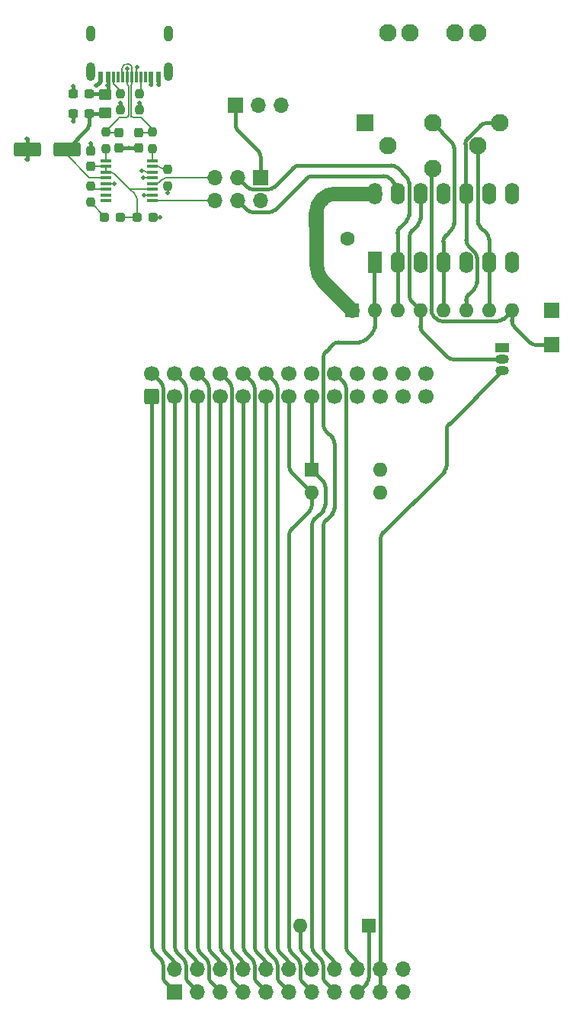
<source format=gbr>
%TF.GenerationSoftware,KiCad,Pcbnew,7.0.9*%
%TF.CreationDate,2024-02-17T15:45:48+01:00*%
%TF.ProjectId,kim-1-aux-card-usb,6b696d2d-312d-4617-9578-2d636172642d,rev?*%
%TF.SameCoordinates,Original*%
%TF.FileFunction,Copper,L1,Top*%
%TF.FilePolarity,Positive*%
%FSLAX46Y46*%
G04 Gerber Fmt 4.6, Leading zero omitted, Abs format (unit mm)*
G04 Created by KiCad (PCBNEW 7.0.9) date 2024-02-17 15:45:48*
%MOMM*%
%LPD*%
G01*
G04 APERTURE LIST*
G04 Aperture macros list*
%AMRoundRect*
0 Rectangle with rounded corners*
0 $1 Rounding radius*
0 $2 $3 $4 $5 $6 $7 $8 $9 X,Y pos of 4 corners*
0 Add a 4 corners polygon primitive as box body*
4,1,4,$2,$3,$4,$5,$6,$7,$8,$9,$2,$3,0*
0 Add four circle primitives for the rounded corners*
1,1,$1+$1,$2,$3*
1,1,$1+$1,$4,$5*
1,1,$1+$1,$6,$7*
1,1,$1+$1,$8,$9*
0 Add four rect primitives between the rounded corners*
20,1,$1+$1,$2,$3,$4,$5,0*
20,1,$1+$1,$4,$5,$6,$7,0*
20,1,$1+$1,$6,$7,$8,$9,0*
20,1,$1+$1,$8,$9,$2,$3,0*%
G04 Aperture macros list end*
%TA.AperFunction,ComponentPad*%
%ADD10R,1.950000X1.950000*%
%TD*%
%TA.AperFunction,ComponentPad*%
%ADD11C,1.950000*%
%TD*%
%TA.AperFunction,SMDPad,CuDef*%
%ADD12RoundRect,0.237500X-0.237500X0.300000X-0.237500X-0.300000X0.237500X-0.300000X0.237500X0.300000X0*%
%TD*%
%TA.AperFunction,SMDPad,CuDef*%
%ADD13RoundRect,0.250000X-0.450000X0.350000X-0.450000X-0.350000X0.450000X-0.350000X0.450000X0.350000X0*%
%TD*%
%TA.AperFunction,SMDPad,CuDef*%
%ADD14RoundRect,0.237500X-0.237500X0.250000X-0.237500X-0.250000X0.237500X-0.250000X0.237500X0.250000X0*%
%TD*%
%TA.AperFunction,SMDPad,CuDef*%
%ADD15RoundRect,0.237500X0.237500X-0.250000X0.237500X0.250000X-0.237500X0.250000X-0.237500X-0.250000X0*%
%TD*%
%TA.AperFunction,SMDPad,CuDef*%
%ADD16RoundRect,0.237500X0.300000X0.237500X-0.300000X0.237500X-0.300000X-0.237500X0.300000X-0.237500X0*%
%TD*%
%TA.AperFunction,ComponentPad*%
%ADD17R,1.500000X1.050000*%
%TD*%
%TA.AperFunction,ComponentPad*%
%ADD18O,1.500000X1.050000*%
%TD*%
%TA.AperFunction,SMDPad,CuDef*%
%ADD19R,0.600000X1.150000*%
%TD*%
%TA.AperFunction,SMDPad,CuDef*%
%ADD20R,0.300000X1.150000*%
%TD*%
%TA.AperFunction,ComponentPad*%
%ADD21O,1.000000X2.100000*%
%TD*%
%TA.AperFunction,ComponentPad*%
%ADD22O,1.000000X1.800000*%
%TD*%
%TA.AperFunction,SMDPad,CuDef*%
%ADD23RoundRect,0.250000X1.250000X0.550000X-1.250000X0.550000X-1.250000X-0.550000X1.250000X-0.550000X0*%
%TD*%
%TA.AperFunction,ComponentPad*%
%ADD24R,1.600000X2.400000*%
%TD*%
%TA.AperFunction,ComponentPad*%
%ADD25O,1.600000X2.400000*%
%TD*%
%TA.AperFunction,ComponentPad*%
%ADD26R,1.600000X1.600000*%
%TD*%
%TA.AperFunction,ComponentPad*%
%ADD27O,1.600000X1.600000*%
%TD*%
%TA.AperFunction,SMDPad,CuDef*%
%ADD28RoundRect,0.237500X-0.287500X-0.237500X0.287500X-0.237500X0.287500X0.237500X-0.287500X0.237500X0*%
%TD*%
%TA.AperFunction,ComponentPad*%
%ADD29RoundRect,0.250000X0.600000X-0.600000X0.600000X0.600000X-0.600000X0.600000X-0.600000X-0.600000X0*%
%TD*%
%TA.AperFunction,ComponentPad*%
%ADD30C,1.700000*%
%TD*%
%TA.AperFunction,SMDPad,CuDef*%
%ADD31RoundRect,0.237500X0.237500X-0.300000X0.237500X0.300000X-0.237500X0.300000X-0.237500X-0.300000X0*%
%TD*%
%TA.AperFunction,SMDPad,CuDef*%
%ADD32RoundRect,0.237500X0.287500X0.237500X-0.287500X0.237500X-0.287500X-0.237500X0.287500X-0.237500X0*%
%TD*%
%TA.AperFunction,SMDPad,CuDef*%
%ADD33R,1.200000X0.400000*%
%TD*%
%TA.AperFunction,ComponentPad*%
%ADD34R,1.700000X1.700000*%
%TD*%
%TA.AperFunction,ComponentPad*%
%ADD35O,1.700000X1.700000*%
%TD*%
%TA.AperFunction,ComponentPad*%
%ADD36C,1.600000*%
%TD*%
%TA.AperFunction,ViaPad*%
%ADD37C,0.500000*%
%TD*%
%TA.AperFunction,Conductor*%
%ADD38C,0.400000*%
%TD*%
%TA.AperFunction,Conductor*%
%ADD39C,0.200000*%
%TD*%
%TA.AperFunction,Conductor*%
%ADD40C,0.127000*%
%TD*%
%TA.AperFunction,Conductor*%
%ADD41C,1.600000*%
%TD*%
%TA.AperFunction,Conductor*%
%ADD42C,0.250000*%
%TD*%
G04 APERTURE END LIST*
D10*
%TO.P,J3,1*%
%TO.N,unconnected-(J3-Pad1)*%
X150400000Y-52590000D03*
D11*
%TO.P,J3,2*%
%TO.N,GND*%
X152900000Y-55090000D03*
%TO.P,J3,3*%
%TO.N,Net-(RN1D-R4.2)*%
X157900000Y-52590000D03*
%TO.P,J3,4*%
%TO.N,Net-(RN1F-R6.2)*%
X162900000Y-55090000D03*
%TO.P,J3,5*%
%TO.N,Net-(RN1E-R5.2)*%
X165400000Y-52590000D03*
%TO.P,J3,6*%
%TO.N,Net-(J4-Pin_1)*%
X157900000Y-57590000D03*
%TO.P,J3,E1*%
%TO.N,GND*%
X162900000Y-42590000D03*
X160400000Y-42590000D03*
%TO.P,J3,E2*%
X155400000Y-42590000D03*
X152900000Y-42590000D03*
%TD*%
D12*
%TO.P,C3,1*%
%TO.N,/D-*%
X123050000Y-53617500D03*
%TO.P,C3,2*%
%TO.N,GND*%
X123050000Y-55342500D03*
%TD*%
D13*
%TO.P,FB1,1*%
%TO.N,Net-(C2-Pad1)*%
X121490000Y-49430000D03*
%TO.P,FB1,2*%
%TO.N,Net-(U2-VCC)*%
X121490000Y-51430000D03*
%TD*%
D14*
%TO.P,R1,1*%
%TO.N,Net-(J7-CC2)*%
X123230000Y-49317500D03*
%TO.P,R1,2*%
%TO.N,GND*%
X123230000Y-51142500D03*
%TD*%
D15*
%TO.P,R6,1*%
%TO.N,Net-(D2-K)*%
X128470000Y-59560000D03*
%TO.P,R6,2*%
%TO.N,Net-(U2-CBUS2)*%
X128470000Y-57735000D03*
%TD*%
D14*
%TO.P,R3,1*%
%TO.N,/D-*%
X121550000Y-53567500D03*
%TO.P,R3,2*%
%TO.N,Net-(U2-USBDM)*%
X121550000Y-55392500D03*
%TD*%
D16*
%TO.P,C5,1*%
%TO.N,Net-(U2-VCC)*%
X119692500Y-51550000D03*
%TO.P,C5,2*%
%TO.N,GND*%
X117967500Y-51550000D03*
%TD*%
D17*
%TO.P,Q1,1,E*%
%TO.N,GND*%
X165610000Y-77560000D03*
D18*
%TO.P,Q1,2,B*%
%TO.N,Net-(Q1-B)*%
X165610000Y-78830000D03*
%TO.P,Q1,3,C*%
%TO.N,/KBD_R*%
X165610000Y-80100000D03*
%TD*%
D19*
%TO.P,J7,A1,GND*%
%TO.N,GND*%
X127420000Y-47440000D03*
%TO.P,J7,A4,VBUS*%
%TO.N,Net-(C2-Pad1)*%
X126620000Y-47440000D03*
D20*
%TO.P,J7,A5,CC1*%
%TO.N,Net-(J7-CC1)*%
X125470000Y-47440000D03*
%TO.P,J7,A6,D+*%
%TO.N,/D+*%
X124470000Y-47440000D03*
%TO.P,J7,A7,D-*%
%TO.N,/D-*%
X123970000Y-47440000D03*
%TO.P,J7,A8,SBU1*%
%TO.N,unconnected-(J7-SBU1-PadA8)*%
X122970000Y-47440000D03*
D19*
%TO.P,J7,A9,VBUS*%
%TO.N,Net-(C2-Pad1)*%
X121820000Y-47440000D03*
%TO.P,J7,A12,GND*%
%TO.N,GND*%
X121020000Y-47440000D03*
%TO.P,J7,B1,GND*%
X121020000Y-47440000D03*
%TO.P,J7,B4,VBUS*%
%TO.N,Net-(C2-Pad1)*%
X121820000Y-47440000D03*
D20*
%TO.P,J7,B5,CC2*%
%TO.N,Net-(J7-CC2)*%
X122470000Y-47440000D03*
%TO.P,J7,B6,D+*%
%TO.N,/D+*%
X123470000Y-47440000D03*
%TO.P,J7,B7,D-*%
%TO.N,/D-*%
X124970000Y-47440000D03*
%TO.P,J7,B8,SBU2*%
%TO.N,unconnected-(J7-SBU2-PadB8)*%
X125970000Y-47440000D03*
D19*
%TO.P,J7,B9,VBUS*%
%TO.N,Net-(C2-Pad1)*%
X126620000Y-47440000D03*
%TO.P,J7,B12,GND*%
%TO.N,GND*%
X127420000Y-47440000D03*
D21*
%TO.P,J7,S1,SHIELD*%
X128540000Y-46865000D03*
D22*
X128540000Y-42685000D03*
D21*
X119900000Y-46865000D03*
D22*
X119900000Y-42685000D03*
%TD*%
D14*
%TO.P,R4,1*%
%TO.N,/D+*%
X126750000Y-53567500D03*
%TO.P,R4,2*%
%TO.N,Net-(U2-USBDP)*%
X126750000Y-55392500D03*
%TD*%
D16*
%TO.P,C2,1*%
%TO.N,Net-(C2-Pad1)*%
X119692500Y-49310000D03*
%TO.P,C2,2*%
%TO.N,GND*%
X117967500Y-49310000D03*
%TD*%
D23*
%TO.P,C6,1*%
%TO.N,Net-(U2-VCC)*%
X117240000Y-55480000D03*
%TO.P,C6,2*%
%TO.N,GND*%
X112840000Y-55480000D03*
%TD*%
D24*
%TO.P,U1,1*%
%TO.N,/PTR*%
X151450000Y-68060000D03*
D25*
%TO.P,U1,2*%
%TO.N,Net-(J8-Pin_3)*%
X153990000Y-68060000D03*
%TO.P,U1,3*%
%TO.N,/PA3*%
X156530000Y-68060000D03*
%TO.P,U1,4*%
%TO.N,Net-(RN1D-R4.2)*%
X159070000Y-68060000D03*
%TO.P,U1,5*%
%TO.N,/PA4*%
X161610000Y-68060000D03*
%TO.P,U1,6*%
%TO.N,Net-(RN1F-R6.2)*%
X164150000Y-68060000D03*
%TO.P,U1,7,GND*%
%TO.N,GND*%
X166690000Y-68060000D03*
%TO.P,U1,8*%
%TO.N,unconnected-(U1-Pad8)*%
X166690000Y-60440000D03*
%TO.P,U1,9*%
%TO.N,GND*%
X164150000Y-60440000D03*
%TO.P,U1,10*%
%TO.N,Net-(RN1E-R5.2)*%
X161610000Y-60440000D03*
%TO.P,U1,11*%
%TO.N,/PA5*%
X159070000Y-60440000D03*
%TO.P,U1,12*%
%TO.N,Net-(Q1-B)*%
X156530000Y-60440000D03*
%TO.P,U1,13*%
%TO.N,Net-(J8-Pin_4)*%
X153990000Y-60440000D03*
%TO.P,U1,14,VCC*%
%TO.N,+5V*%
X151450000Y-60440000D03*
%TD*%
D26*
%TO.P,SW1,1*%
%TO.N,/ROW3*%
X150820000Y-141700000D03*
D27*
%TO.P,SW1,2*%
%TO.N,/COLA*%
X143200000Y-141700000D03*
%TD*%
D28*
%TO.P,D1,1,K*%
%TO.N,Net-(D1-K)*%
X121465000Y-63020000D03*
%TO.P,D1,2,A*%
%TO.N,Net-(D1-A)*%
X123215000Y-63020000D03*
%TD*%
D29*
%TO.P,J2,1,Pin_1*%
%TO.N,/PA0*%
X126710000Y-82920000D03*
D30*
%TO.P,J2,2,Pin_2*%
%TO.N,/PB0*%
X126710000Y-80380000D03*
%TO.P,J2,3,Pin_3*%
%TO.N,/PA1*%
X129250000Y-82920000D03*
%TO.P,J2,4,Pin_4*%
%TO.N,/PB1*%
X129250000Y-80380000D03*
%TO.P,J2,5,Pin_5*%
%TO.N,/PA2*%
X131790000Y-82920000D03*
%TO.P,J2,6,Pin_6*%
%TO.N,/PB2*%
X131790000Y-80380000D03*
%TO.P,J2,7,Pin_7*%
%TO.N,/PA3*%
X134330000Y-82920000D03*
%TO.P,J2,8,Pin_8*%
%TO.N,/PB3*%
X134330000Y-80380000D03*
%TO.P,J2,9,Pin_9*%
%TO.N,/PA4*%
X136870000Y-82920000D03*
%TO.P,J2,10,Pin_10*%
%TO.N,/PB4*%
X136870000Y-80380000D03*
%TO.P,J2,11,Pin_11*%
%TO.N,/PA5*%
X139410000Y-82920000D03*
%TO.P,J2,12,Pin_12*%
%TO.N,/PB5*%
X139410000Y-80380000D03*
%TO.P,J2,13,Pin_13*%
%TO.N,/PA6*%
X141950000Y-82920000D03*
%TO.P,J2,14,Pin_14*%
%TO.N,unconnected-(J2-Pin_14-Pad14)*%
X141950000Y-80380000D03*
%TO.P,J2,15,Pin_15*%
%TO.N,/PA7*%
X144490000Y-82920000D03*
%TO.P,J2,16,Pin_16*%
%TO.N,unconnected-(J2-Pin_16-Pad16)*%
X144490000Y-80380000D03*
%TO.P,J2,17,Pin_17*%
%TO.N,unconnected-(J2-Pin_17-Pad17)*%
X147030000Y-82920000D03*
%TO.P,J2,18,Pin_18*%
%TO.N,/PB7*%
X147030000Y-80380000D03*
%TO.P,J2,19,Pin_19*%
%TO.N,unconnected-(J2-Pin_19-Pad19)*%
X149570000Y-82920000D03*
%TO.P,J2,20,Pin_20*%
%TO.N,unconnected-(J2-Pin_20-Pad20)*%
X149570000Y-80380000D03*
%TO.P,J2,21,Pin_21*%
%TO.N,unconnected-(J2-Pin_21-Pad21)*%
X152110000Y-82920000D03*
%TO.P,J2,22,Pin_22*%
%TO.N,unconnected-(J2-Pin_22-Pad22)*%
X152110000Y-80380000D03*
%TO.P,J2,23,Pin_23*%
%TO.N,unconnected-(J2-Pin_23-Pad23)*%
X154650000Y-82920000D03*
%TO.P,J2,24,Pin_24*%
%TO.N,unconnected-(J2-Pin_24-Pad24)*%
X154650000Y-80380000D03*
%TO.P,J2,25,Pin_25*%
%TO.N,GND*%
X157190000Y-82920000D03*
%TO.P,J2,26,Pin_26*%
X157190000Y-80380000D03*
%TD*%
D26*
%TO.P,RN1,1,R1*%
%TO.N,+5V*%
X148910000Y-73380000D03*
D27*
%TO.P,RN1,2,R1.2*%
%TO.N,/PTR*%
X151450000Y-73380000D03*
%TO.P,RN1,3,R2.2*%
%TO.N,Net-(J8-Pin_3)*%
X153990000Y-73380000D03*
%TO.P,RN1,4,R3.2*%
%TO.N,Net-(Q1-B)*%
X156530000Y-73380000D03*
%TO.P,RN1,5,R4.2*%
%TO.N,Net-(RN1D-R4.2)*%
X159070000Y-73380000D03*
%TO.P,RN1,6,R5.2*%
%TO.N,Net-(RN1E-R5.2)*%
X161610000Y-73380000D03*
%TO.P,RN1,7,R6.2*%
%TO.N,Net-(RN1F-R6.2)*%
X164150000Y-73380000D03*
%TO.P,RN1,8,R7.2*%
%TO.N,Net-(J4-Pin_1)*%
X166690000Y-73380000D03*
%TD*%
D31*
%TO.P,C7,1*%
%TO.N,Net-(D1-A)*%
X119915000Y-57402500D03*
%TO.P,C7,2*%
%TO.N,GND*%
X119915000Y-55677500D03*
%TD*%
D32*
%TO.P,D2,1,K*%
%TO.N,Net-(D2-K)*%
X126815000Y-63020000D03*
%TO.P,D2,2,A*%
%TO.N,Net-(D1-A)*%
X125065000Y-63020000D03*
%TD*%
D33*
%TO.P,U2,1,TXD*%
%TO.N,Net-(J8-Pin_6)*%
X126750000Y-61212500D03*
%TO.P,U2,2,~{RTS}*%
%TO.N,Net-(U2-~{CTS})*%
X126750000Y-60577500D03*
%TO.P,U2,3,VCCIO*%
%TO.N,Net-(D1-A)*%
X126750000Y-59942500D03*
%TO.P,U2,4,RXD*%
%TO.N,Net-(J8-Pin_5)*%
X126750000Y-59307500D03*
%TO.P,U2,5,GND*%
%TO.N,GND*%
X126750000Y-58672500D03*
%TO.P,U2,6,~{CTS}*%
%TO.N,Net-(U2-~{CTS})*%
X126750000Y-58037500D03*
%TO.P,U2,7,CBUS2*%
%TO.N,Net-(U2-CBUS2)*%
X126750000Y-57402500D03*
%TO.P,U2,8,USBDP*%
%TO.N,Net-(U2-USBDP)*%
X126750000Y-56767500D03*
%TO.P,U2,9,USBDM*%
%TO.N,Net-(U2-USBDM)*%
X121550000Y-56767500D03*
%TO.P,U2,10,3V3OUT*%
%TO.N,Net-(D1-A)*%
X121550000Y-57402500D03*
%TO.P,U2,11,~{RESET}*%
X121550000Y-58037500D03*
%TO.P,U2,12,VCC*%
%TO.N,Net-(U2-VCC)*%
X121550000Y-58672500D03*
%TO.P,U2,13,GND*%
%TO.N,GND*%
X121550000Y-59307500D03*
%TO.P,U2,14,CBUS1*%
%TO.N,Net-(U2-CBUS1)*%
X121550000Y-59942500D03*
%TO.P,U2,15,CBUS0*%
%TO.N,unconnected-(U2-CBUS0-Pad15)*%
X121550000Y-60577500D03*
%TO.P,U2,16,CBUS3*%
%TO.N,unconnected-(U2-CBUS3-Pad16)*%
X121550000Y-61212500D03*
%TD*%
D26*
%TO.P,SW2,1*%
%TO.N,/PA7*%
X144490000Y-91110000D03*
D27*
%TO.P,SW2,2*%
%TO.N,/PA6*%
X144490000Y-93650000D03*
%TO.P,SW2,3*%
%TO.N,Net-(RN1F-R6.2)*%
X152110000Y-93650000D03*
%TO.P,SW2,4*%
%TO.N,Net-(RN1E-R5.2)*%
X152110000Y-91110000D03*
%TD*%
D34*
%TO.P,J8,1,Pin_1*%
%TO.N,Net-(J8-Pin_1)*%
X138800000Y-58670000D03*
D35*
%TO.P,J8,2,Pin_2*%
%TO.N,Net-(J8-Pin_2)*%
X138800000Y-61210000D03*
%TO.P,J8,3,Pin_3*%
%TO.N,Net-(J8-Pin_3)*%
X136260000Y-58670000D03*
%TO.P,J8,4,Pin_4*%
%TO.N,Net-(J8-Pin_4)*%
X136260000Y-61210000D03*
%TO.P,J8,5,Pin_5*%
%TO.N,Net-(J8-Pin_5)*%
X133720000Y-58670000D03*
%TO.P,J8,6,Pin_6*%
%TO.N,Net-(J8-Pin_6)*%
X133720000Y-61210000D03*
%TD*%
D15*
%TO.P,R5,1*%
%TO.N,Net-(D1-K)*%
X119900000Y-61382500D03*
%TO.P,R5,2*%
%TO.N,Net-(U2-CBUS1)*%
X119900000Y-59557500D03*
%TD*%
D12*
%TO.P,C4,1*%
%TO.N,/D+*%
X125250000Y-53617500D03*
%TO.P,C4,2*%
%TO.N,GND*%
X125250000Y-55342500D03*
%TD*%
D34*
%TO.P,J9,1,Pin_1*%
%TO.N,Net-(J8-Pin_1)*%
X135990000Y-50600000D03*
D35*
%TO.P,J9,2,Pin_2*%
%TO.N,Net-(J8-Pin_2)*%
X138530000Y-50600000D03*
%TO.P,J9,3,Pin_3*%
%TO.N,GND*%
X141070000Y-50600000D03*
%TD*%
D36*
%TO.P,C1,1*%
%TO.N,+5V*%
X148400000Y-60440000D03*
%TO.P,C1,2*%
%TO.N,GND*%
X148400000Y-65440000D03*
%TD*%
D14*
%TO.P,R2,1*%
%TO.N,Net-(J7-CC1)*%
X125340000Y-49317500D03*
%TO.P,R2,2*%
%TO.N,GND*%
X125340000Y-51142500D03*
%TD*%
D34*
%TO.P,J5,1,Pin_1*%
%TO.N,GND*%
X171120000Y-73380000D03*
%TD*%
%TO.P,J1,1,Pin_1*%
%TO.N,/PA0*%
X129250000Y-149070000D03*
D35*
%TO.P,J1,2,Pin_2*%
%TO.N,/PB0*%
X129250000Y-146530000D03*
%TO.P,J1,3,Pin_3*%
%TO.N,/PA1*%
X131790000Y-149070000D03*
%TO.P,J1,4,Pin_4*%
%TO.N,/PB1*%
X131790000Y-146530000D03*
%TO.P,J1,5,Pin_5*%
%TO.N,/PA2*%
X134330000Y-149070000D03*
%TO.P,J1,6,Pin_6*%
%TO.N,/PB2*%
X134330000Y-146530000D03*
%TO.P,J1,7,Pin_7*%
%TO.N,/PA3*%
X136870000Y-149070000D03*
%TO.P,J1,8,Pin_8*%
%TO.N,/PB3*%
X136870000Y-146530000D03*
%TO.P,J1,9,Pin_9*%
%TO.N,/PA4*%
X139410000Y-149070000D03*
%TO.P,J1,10,Pin_10*%
%TO.N,/PB4*%
X139410000Y-146530000D03*
%TO.P,J1,11,Pin_11*%
%TO.N,/PA5*%
X141950000Y-149070000D03*
%TO.P,J1,12,Pin_12*%
%TO.N,/PB5*%
X141950000Y-146530000D03*
%TO.P,J1,13,Pin_13*%
%TO.N,/PA6*%
X144490000Y-149070000D03*
%TO.P,J1,14,Pin_14*%
%TO.N,/COLA*%
X144490000Y-146530000D03*
%TO.P,J1,15,Pin_15*%
%TO.N,/PA7*%
X147030000Y-149070000D03*
%TO.P,J1,16,Pin_16*%
%TO.N,/PTR*%
X147030000Y-146530000D03*
%TO.P,J1,17,Pin_17*%
%TO.N,/ROW3*%
X149570000Y-149070000D03*
%TO.P,J1,18,Pin_18*%
%TO.N,/PB7*%
X149570000Y-146530000D03*
%TO.P,J1,19,Pin_19*%
%TO.N,/KBD_R*%
X152110000Y-149070000D03*
%TO.P,J1,20,Pin_20*%
X152110000Y-146530000D03*
%TO.P,J1,21,Pin_21*%
%TO.N,GND*%
X154650000Y-149070000D03*
%TO.P,J1,22,Pin_22*%
X154650000Y-146530000D03*
%TD*%
D34*
%TO.P,J6,1,Pin_1*%
%TO.N,+5V*%
X144980000Y-63330000D03*
%TD*%
%TO.P,J4,1,Pin_1*%
%TO.N,Net-(J4-Pin_1)*%
X171120000Y-77230000D03*
%TD*%
D37*
%TO.N,GND*%
X125776447Y-58676053D03*
X120486447Y-48433553D03*
X124136447Y-55343553D03*
X127396447Y-48343553D03*
X117956447Y-48483553D03*
X112816447Y-56643553D03*
X123230000Y-50370000D03*
X122516447Y-59311053D03*
X112816447Y-54323553D03*
X119891447Y-54823553D03*
X117956447Y-52383553D03*
X125340000Y-50370000D03*
%TO.N,Net-(C2-Pad1)*%
X126596447Y-48343553D03*
X121796447Y-48433553D03*
%TO.N,/D-*%
X125046447Y-46403553D03*
X123946447Y-46533553D03*
%TO.N,Net-(D2-K)*%
X127620000Y-63020000D03*
X128460000Y-60320000D03*
%TO.N,Net-(U2-~{CTS})*%
X125790000Y-60580000D03*
X125550000Y-57890000D03*
%TD*%
D38*
%TO.N,GND*%
X124160000Y-55340000D02*
X125247500Y-55340000D01*
X123230000Y-51142500D02*
X123230000Y-50370000D01*
X120873553Y-48066447D02*
X120510000Y-48430000D01*
X117967500Y-49310000D02*
X117967500Y-48492500D01*
X117980000Y-51562500D02*
X117967500Y-51550000D01*
X112840000Y-56640000D02*
X112840000Y-55480000D01*
X121020000Y-47440000D02*
X121020000Y-47712893D01*
X123052500Y-55340000D02*
X123050000Y-55342500D01*
X117980000Y-52380000D02*
X117980000Y-51562500D01*
D39*
X126750000Y-58672500D02*
X125800000Y-58672500D01*
X121550000Y-59307500D02*
X122540000Y-59307500D01*
D38*
X119915000Y-54820000D02*
X119915000Y-55677500D01*
X125340000Y-50370000D02*
X125340000Y-51142500D01*
X117967500Y-48492500D02*
X117980000Y-48480000D01*
X112840000Y-54320000D02*
X112840000Y-55480000D01*
X125247500Y-55340000D02*
X125250000Y-55342500D01*
X124160000Y-55340000D02*
X123052500Y-55340000D01*
X127420000Y-47440000D02*
X127420000Y-48340000D01*
X120873556Y-48066450D02*
G75*
G03*
X121020000Y-47712893I-353556J353550D01*
G01*
%TO.N,Net-(C2-Pad1)*%
X121820000Y-47440000D02*
X121820000Y-49100000D01*
X126620000Y-48340000D02*
X126620000Y-47440000D01*
X121820000Y-49100000D02*
X121490000Y-49430000D01*
X121370000Y-49310000D02*
X121490000Y-49430000D01*
X119692500Y-49310000D02*
X121370000Y-49310000D01*
D39*
%TO.N,/D-*%
X121600000Y-53617500D02*
X121550000Y-53567500D01*
D40*
X123023921Y-52006079D02*
X121550000Y-53480000D01*
X121550000Y-53480000D02*
X121550000Y-53567500D01*
X123970000Y-46610000D02*
X123970000Y-47440000D01*
X123857157Y-51947500D02*
X123165343Y-51947500D01*
X124093000Y-48508344D02*
X124093000Y-51711657D01*
X123970000Y-47440000D02*
X123970000Y-48219658D01*
X125070000Y-46400000D02*
X124970000Y-46500000D01*
X124028579Y-48361080D02*
X124034422Y-48366923D01*
X124970000Y-46500000D02*
X124970000Y-47440000D01*
X124034421Y-51853079D02*
X123998578Y-51888922D01*
D39*
X123050000Y-53617500D02*
X121600000Y-53617500D01*
D40*
X123165343Y-51947531D02*
G75*
G03*
X123023922Y-52006080I-43J-199969D01*
G01*
X123970030Y-48219658D02*
G75*
G03*
X124028579Y-48361080I199970J-42D01*
G01*
X124034442Y-51853100D02*
G75*
G03*
X124093000Y-51711657I-141442J141400D01*
G01*
X123857157Y-51947469D02*
G75*
G03*
X123998577Y-51888921I43J199969D01*
G01*
X124092969Y-48508344D02*
G75*
G03*
X124034422Y-48366923I-199969J44D01*
G01*
%TO.N,/D+*%
X125556079Y-52006079D02*
X126750000Y-53200000D01*
X124604485Y-51947500D02*
X125414657Y-51947500D01*
X123549394Y-46161980D02*
X123574875Y-46136499D01*
X124470000Y-47440000D02*
X124470000Y-48219658D01*
X124345126Y-46136500D02*
X124356501Y-46147875D01*
X124502947Y-46501428D02*
X124502947Y-47407053D01*
X124347000Y-48508344D02*
X124347000Y-51690015D01*
X123928428Y-45990053D02*
X123991572Y-45990053D01*
X124411421Y-48361080D02*
X124405578Y-48366923D01*
X126750000Y-53200000D02*
X126750000Y-53567500D01*
X123402947Y-47372947D02*
X123402947Y-46515534D01*
D39*
X125250000Y-53617500D02*
X126700000Y-53617500D01*
D40*
X123470000Y-47440000D02*
X123402947Y-47372947D01*
D39*
X126700000Y-53617500D02*
X126750000Y-53567500D01*
D40*
X124502947Y-47407053D02*
X124470000Y-47440000D01*
X124408508Y-51838508D02*
X124455993Y-51885993D01*
X124345150Y-46136476D02*
G75*
G03*
X123991572Y-45990053I-353550J-353624D01*
G01*
X125556100Y-52006058D02*
G75*
G03*
X125414657Y-51947500I-141400J-141442D01*
G01*
X124502913Y-46501428D02*
G75*
G03*
X124356501Y-46147875I-500013J28D01*
G01*
X124411442Y-48361101D02*
G75*
G03*
X124470000Y-48219658I-141442J141401D01*
G01*
X123928428Y-45990087D02*
G75*
G03*
X123574875Y-46136499I-28J-500013D01*
G01*
X124405556Y-48366901D02*
G75*
G03*
X124347000Y-48508344I141444J-141399D01*
G01*
X124346990Y-51690015D02*
G75*
G03*
X124408509Y-51838507I210010J15D01*
G01*
X124456001Y-51885985D02*
G75*
G03*
X124604485Y-51947500I148499J148485D01*
G01*
X123549387Y-46161973D02*
G75*
G03*
X123402947Y-46515534I353513J-353527D01*
G01*
D39*
%TO.N,Net-(U2-VCC)*%
X117240000Y-56101507D02*
X119752415Y-58613922D01*
D38*
X119692500Y-51550000D02*
X119692500Y-52820393D01*
D39*
X117240000Y-55480000D02*
X117240000Y-56101507D01*
D38*
X119546053Y-53173947D02*
X117240000Y-55480000D01*
X121370000Y-51550000D02*
X121490000Y-51430000D01*
X119692500Y-51550000D02*
X121370000Y-51550000D01*
D39*
X119893836Y-58672500D02*
X121550000Y-58672500D01*
D38*
X119546056Y-53173950D02*
G75*
G03*
X119692500Y-52820393I-353556J353550D01*
G01*
D39*
X119752397Y-58613940D02*
G75*
G03*
X119893836Y-58672500I141403J141440D01*
G01*
%TO.N,Net-(D1-A)*%
X121550000Y-57402500D02*
X121550000Y-58037500D01*
X121550000Y-58037500D02*
X121935786Y-58037500D01*
X124255000Y-59942500D02*
X124410843Y-59942500D01*
X122642893Y-58330393D02*
X124255000Y-59942500D01*
X125065000Y-63020000D02*
X125065000Y-61166714D01*
X125065000Y-63020000D02*
X123215000Y-63020000D01*
X121550000Y-57402500D02*
X119915000Y-57402500D01*
X126750000Y-59942500D02*
X124410843Y-59942500D01*
X124772107Y-60459607D02*
X124255000Y-59942500D01*
X122642900Y-58330386D02*
G75*
G03*
X121935786Y-58037500I-707100J-707114D01*
G01*
X125064990Y-61166714D02*
G75*
G03*
X124772107Y-60459607I-999990J14D01*
G01*
%TO.N,Net-(D1-K)*%
X121465000Y-63020000D02*
X121465000Y-62947500D01*
X121465000Y-62947500D02*
X119900000Y-61382500D01*
D40*
X119900000Y-61382500D02*
X119900000Y-61455000D01*
D41*
%TO.N,+5V*%
X148400000Y-60440000D02*
X151450000Y-60440000D01*
X145565787Y-61074213D02*
X145614214Y-61025786D01*
X145858680Y-70328680D02*
X148910000Y-73380000D01*
X147028427Y-60440000D02*
X148400000Y-60440000D01*
X144980000Y-63330000D02*
X144980000Y-62488427D01*
X144980000Y-63330000D02*
X144980000Y-68207359D01*
X145565773Y-61074199D02*
G75*
G03*
X144980000Y-62488427I1414227J-1414201D01*
G01*
X144980029Y-68207359D02*
G75*
G03*
X145858680Y-70328680I2999971J-41D01*
G01*
X147028427Y-60440020D02*
G75*
G03*
X145614215Y-61025787I-27J-1999980D01*
G01*
D38*
%TO.N,/PA0*%
X127960000Y-147365786D02*
X127960000Y-146124214D01*
X126710000Y-82920000D02*
X126710000Y-144045786D01*
X129250000Y-149070000D02*
X128252893Y-148072893D01*
X127667107Y-145417107D02*
X127002893Y-144752893D01*
X126710010Y-144045786D02*
G75*
G03*
X127002893Y-144752893I999990J-14D01*
G01*
X127960010Y-147365786D02*
G75*
G03*
X128252893Y-148072893I999990J-14D01*
G01*
X127959990Y-146124214D02*
G75*
G03*
X127667107Y-145417107I-999990J14D01*
G01*
%TO.N,/PB0*%
X128957107Y-145437107D02*
X128252893Y-144732893D01*
X127960000Y-144025786D02*
X127960000Y-82044214D01*
X127667107Y-81337107D02*
X126710000Y-80380000D01*
X129250000Y-146530000D02*
X129250000Y-146144214D01*
X127959990Y-82044214D02*
G75*
G03*
X127667107Y-81337107I-999990J14D01*
G01*
X127960010Y-144025786D02*
G75*
G03*
X128252893Y-144732893I999990J-14D01*
G01*
X129249990Y-146144214D02*
G75*
G03*
X128957107Y-145437107I-999990J14D01*
G01*
%TO.N,/PA1*%
X129250000Y-82920000D02*
X129250000Y-144045786D01*
X130500000Y-147365786D02*
X130500000Y-146124214D01*
X131790000Y-149070000D02*
X130792893Y-148072893D01*
X130207107Y-145417107D02*
X129542893Y-144752893D01*
X130499990Y-146124214D02*
G75*
G03*
X130207107Y-145417107I-999990J14D01*
G01*
X129250010Y-144045786D02*
G75*
G03*
X129542893Y-144752893I999990J-14D01*
G01*
X130500010Y-147365786D02*
G75*
G03*
X130792893Y-148072893I999990J-14D01*
G01*
%TO.N,/PB1*%
X130207107Y-81337107D02*
X129250000Y-80380000D01*
X131790000Y-146530000D02*
X131790000Y-146144214D01*
X131497107Y-145437107D02*
X130792893Y-144732893D01*
X130500000Y-144025786D02*
X130500000Y-82044214D01*
X130499990Y-82044214D02*
G75*
G03*
X130207107Y-81337107I-999990J14D01*
G01*
X130500010Y-144025786D02*
G75*
G03*
X130792893Y-144732893I999990J-14D01*
G01*
X131789990Y-146144214D02*
G75*
G03*
X131497107Y-145437107I-999990J14D01*
G01*
%TO.N,/PA2*%
X134330000Y-149070000D02*
X133332893Y-148072893D01*
X131790000Y-82920000D02*
X131790000Y-144045786D01*
X132747107Y-145417107D02*
X132082893Y-144752893D01*
X133040000Y-147365786D02*
X133040000Y-146124214D01*
X133039990Y-146124214D02*
G75*
G03*
X132747107Y-145417107I-999990J14D01*
G01*
X133040010Y-147365786D02*
G75*
G03*
X133332893Y-148072893I999990J-14D01*
G01*
X131790010Y-144045786D02*
G75*
G03*
X132082893Y-144752893I999990J-14D01*
G01*
%TO.N,/PB2*%
X132747107Y-81337107D02*
X131790000Y-80380000D01*
X133040000Y-144025786D02*
X133040000Y-82044214D01*
X134037107Y-145437107D02*
X133332893Y-144732893D01*
X134330000Y-146530000D02*
X134330000Y-146144214D01*
X133039990Y-82044214D02*
G75*
G03*
X132747107Y-81337107I-999990J14D01*
G01*
X133040010Y-144025786D02*
G75*
G03*
X133332893Y-144732893I999990J-14D01*
G01*
X134329990Y-146144214D02*
G75*
G03*
X134037107Y-145437107I-999990J14D01*
G01*
%TO.N,/PA3*%
X136870000Y-149070000D02*
X135872893Y-148072893D01*
X135580000Y-147365786D02*
X135580000Y-146124214D01*
X134330000Y-82920000D02*
X134330000Y-144045786D01*
X135287107Y-145417107D02*
X134622893Y-144752893D01*
X135580010Y-147365786D02*
G75*
G03*
X135872893Y-148072893I999990J-14D01*
G01*
X135579990Y-146124214D02*
G75*
G03*
X135287107Y-145417107I-999990J14D01*
G01*
X134330010Y-144045786D02*
G75*
G03*
X134622893Y-144752893I999990J-14D01*
G01*
%TO.N,/PB3*%
X136577107Y-145437107D02*
X135872893Y-144732893D01*
X135287107Y-81337107D02*
X134330000Y-80380000D01*
X135580000Y-144025786D02*
X135580000Y-82044214D01*
X136870000Y-146530000D02*
X136870000Y-146144214D01*
X136869990Y-146144214D02*
G75*
G03*
X136577107Y-145437107I-999990J14D01*
G01*
X135580010Y-144025786D02*
G75*
G03*
X135872893Y-144732893I999990J-14D01*
G01*
X135579990Y-82044214D02*
G75*
G03*
X135287107Y-81337107I-999990J14D01*
G01*
%TO.N,/PA4*%
X138120000Y-147365786D02*
X138120000Y-146124214D01*
X136870000Y-82920000D02*
X136870000Y-144045786D01*
X137827107Y-145417107D02*
X137162893Y-144752893D01*
X139410000Y-149070000D02*
X138412893Y-148072893D01*
X138120010Y-147365786D02*
G75*
G03*
X138412893Y-148072893I999990J-14D01*
G01*
X136870010Y-144045786D02*
G75*
G03*
X137162893Y-144752893I999990J-14D01*
G01*
X138119990Y-146124214D02*
G75*
G03*
X137827107Y-145417107I-999990J14D01*
G01*
%TO.N,/PB4*%
X138120000Y-144025786D02*
X138120000Y-82044214D01*
X139410000Y-146530000D02*
X139410000Y-146144214D01*
X137827107Y-81337107D02*
X136870000Y-80380000D01*
X139117107Y-145437107D02*
X138412893Y-144732893D01*
X139409990Y-146144214D02*
G75*
G03*
X139117107Y-145437107I-999990J14D01*
G01*
X138120010Y-144025786D02*
G75*
G03*
X138412893Y-144732893I999990J-14D01*
G01*
X138119990Y-82044214D02*
G75*
G03*
X137827107Y-81337107I-999990J14D01*
G01*
%TO.N,/PA5*%
X140660000Y-147365786D02*
X140660000Y-146124214D01*
X140367107Y-145417107D02*
X139702893Y-144752893D01*
X139410000Y-82920000D02*
X139410000Y-144045786D01*
X141950000Y-149070000D02*
X140952893Y-148072893D01*
X140660010Y-147365786D02*
G75*
G03*
X140952893Y-148072893I999990J-14D01*
G01*
X139410010Y-144045786D02*
G75*
G03*
X139702893Y-144752893I999990J-14D01*
G01*
X140659990Y-146124214D02*
G75*
G03*
X140367107Y-145417107I-999990J14D01*
G01*
%TO.N,/PB5*%
X141950000Y-146530000D02*
X141950000Y-146144214D01*
X141657107Y-145437107D02*
X140952893Y-144732893D01*
X140660000Y-144025786D02*
X140660000Y-82044214D01*
X140367107Y-81337107D02*
X139410000Y-80380000D01*
X140660010Y-144025786D02*
G75*
G03*
X140952893Y-144732893I999990J-14D01*
G01*
X140659990Y-82044214D02*
G75*
G03*
X140367107Y-81337107I-999990J14D01*
G01*
X141949990Y-146144214D02*
G75*
G03*
X141657107Y-145437107I-999990J14D01*
G01*
%TO.N,/PA6*%
X142242893Y-144752893D02*
X142907107Y-145417107D01*
X144197107Y-95672893D02*
X142242893Y-97627107D01*
X141950000Y-98334214D02*
X141950000Y-144045786D01*
X143492893Y-148072893D02*
X144490000Y-149070000D01*
X141950000Y-82920000D02*
X141950000Y-90695786D01*
X144490000Y-93650000D02*
X144490000Y-94965786D01*
X143200000Y-146124214D02*
X143200000Y-147365786D01*
X142242893Y-91402893D02*
X144490000Y-93650000D01*
X143199990Y-146124214D02*
G75*
G03*
X142907107Y-145417107I-999990J14D01*
G01*
X142242886Y-97627100D02*
G75*
G03*
X141950000Y-98334214I707114J-707100D01*
G01*
X143200010Y-147365786D02*
G75*
G03*
X143492893Y-148072893I999990J-14D01*
G01*
X141950010Y-90695786D02*
G75*
G03*
X142242893Y-91402893I999990J-14D01*
G01*
X144197114Y-95672900D02*
G75*
G03*
X144490000Y-94965786I-707114J707100D01*
G01*
X141950039Y-144045786D02*
G75*
G03*
X142242893Y-144752893I1000061J-14D01*
G01*
%TO.N,/PB7*%
X148280000Y-144025786D02*
X148280000Y-82044214D01*
X149570000Y-146530000D02*
X149570000Y-146144214D01*
X147987107Y-81337107D02*
X147030000Y-80380000D01*
X149277107Y-145437107D02*
X148572893Y-144732893D01*
X149569990Y-146144214D02*
G75*
G03*
X149277107Y-145437107I-999990J14D01*
G01*
X148280010Y-144025786D02*
G75*
G03*
X148572893Y-144732893I999990J-14D01*
G01*
X148279990Y-82044214D02*
G75*
G03*
X147987107Y-81337107I-999990J14D01*
G01*
%TO.N,/PA7*%
X147030000Y-149070000D02*
X146032893Y-148072893D01*
X144490000Y-97224214D02*
X144490000Y-144045786D01*
X144490000Y-91110000D02*
X144490000Y-82920000D01*
X145447107Y-145417107D02*
X144782893Y-144752893D01*
X145980000Y-94905786D02*
X145980000Y-93014214D01*
X145687107Y-92307107D02*
X144490000Y-91110000D01*
X145740000Y-147365786D02*
X145740000Y-146124214D01*
X144782893Y-96517107D02*
X145687107Y-95612893D01*
X145739990Y-146124214D02*
G75*
G03*
X145447107Y-145417107I-999990J14D01*
G01*
X145979990Y-93014214D02*
G75*
G03*
X145687107Y-92307107I-999990J14D01*
G01*
X144782886Y-96517100D02*
G75*
G03*
X144490000Y-97224214I707114J-707100D01*
G01*
X144490010Y-144045786D02*
G75*
G03*
X144782893Y-144752893I999990J-14D01*
G01*
X145687114Y-95612900D02*
G75*
G03*
X145980000Y-94905786I-707114J707100D01*
G01*
X145740010Y-147365786D02*
G75*
G03*
X146032893Y-148072893I999990J-14D01*
G01*
%TO.N,/COLA*%
X144490000Y-146530000D02*
X144490000Y-146144214D01*
X143200000Y-144005786D02*
X143220000Y-141700000D01*
X144197107Y-145437107D02*
X143492893Y-144732893D01*
X143200010Y-144025786D02*
G75*
G03*
X143492893Y-144732893I999990J-14D01*
G01*
X144489990Y-146144214D02*
G75*
G03*
X144197107Y-145437107I-999990J14D01*
G01*
%TO.N,/ROW3*%
X150820000Y-147405786D02*
X150820000Y-141700000D01*
X149570000Y-149070000D02*
X150527107Y-148112893D01*
X150527114Y-148112900D02*
G75*
G03*
X150820000Y-147405786I-707114J707100D01*
G01*
%TO.N,/PTR*%
X146052893Y-96647107D02*
X146697107Y-96002893D01*
X145740000Y-144005786D02*
X145760000Y-141700000D01*
X146737107Y-145437107D02*
X146032893Y-144732893D01*
X150442893Y-76627107D02*
X151157107Y-75912893D01*
X145760000Y-86105786D02*
X145760000Y-78634214D01*
X146052893Y-77927107D02*
X146767107Y-77212893D01*
X151450000Y-75205786D02*
X151450000Y-73380000D01*
X146697107Y-87457107D02*
X146052893Y-86812893D01*
X151360000Y-73380000D02*
X151360000Y-68060000D01*
X147474214Y-76920000D02*
X149735786Y-76920000D01*
X151400000Y-73380000D02*
X151430000Y-73350000D01*
X145760000Y-141700000D02*
X145760000Y-97354214D01*
X146990000Y-95295786D02*
X146990000Y-88164214D01*
X147030000Y-146530000D02*
X147030000Y-146144214D01*
X146697114Y-96002900D02*
G75*
G03*
X146990000Y-95295786I-707114J707100D01*
G01*
X145740010Y-144025786D02*
G75*
G03*
X146032893Y-144732893I999990J-14D01*
G01*
X146052886Y-77927100D02*
G75*
G03*
X145760000Y-78634214I707114J-707100D01*
G01*
X146989990Y-88164214D02*
G75*
G03*
X146697107Y-87457107I-999990J14D01*
G01*
X145760010Y-86105786D02*
G75*
G03*
X146052893Y-86812893I999990J-14D01*
G01*
X149735786Y-76919990D02*
G75*
G03*
X150442893Y-76627107I14J999990D01*
G01*
X147029990Y-146144214D02*
G75*
G03*
X146737107Y-145437107I-999990J14D01*
G01*
X147474214Y-76920010D02*
G75*
G03*
X146767107Y-77212893I-14J-999990D01*
G01*
X146052886Y-96647100D02*
G75*
G03*
X145760000Y-97354214I707114J-707100D01*
G01*
X151157114Y-75912900D02*
G75*
G03*
X151450000Y-75205786I-707114J707100D01*
G01*
%TO.N,Net-(Q1-B)*%
X159517107Y-78537107D02*
X156822893Y-75842893D01*
X156530000Y-73380000D02*
X155622893Y-72472893D01*
X155330000Y-71765786D02*
X155330000Y-65204214D01*
X155622893Y-64497107D02*
X156237107Y-63882893D01*
X165610000Y-78830000D02*
X160224214Y-78830000D01*
X156530000Y-75135786D02*
X156530000Y-73380000D01*
X156530000Y-63175786D02*
X156530000Y-60440000D01*
X155622886Y-64497100D02*
G75*
G03*
X155330000Y-65204214I707114J-707100D01*
G01*
X155330010Y-71765786D02*
G75*
G03*
X155622893Y-72472893I999990J-14D01*
G01*
X156237114Y-63882900D02*
G75*
G03*
X156530000Y-63175786I-707114J707100D01*
G01*
X156530010Y-75135786D02*
G75*
G03*
X156822893Y-75842893I999990J-14D01*
G01*
X159517100Y-78537114D02*
G75*
G03*
X160224214Y-78830000I707100J707114D01*
G01*
%TO.N,Net-(J4-Pin_1)*%
X171120000Y-77230000D02*
X169414214Y-77230000D01*
X157730000Y-57760000D02*
X157730000Y-73322843D01*
X159007157Y-74600000D02*
X165055786Y-74600000D01*
X168707107Y-76937107D02*
X166982893Y-75212893D01*
X157900000Y-57590000D02*
X157730000Y-57760000D01*
X166690000Y-74505786D02*
X166690000Y-73380000D01*
X165762893Y-74307107D02*
X166690000Y-73380000D01*
X158022893Y-74029950D02*
X158300050Y-74307107D01*
X166670000Y-73410000D02*
X166640000Y-73380000D01*
X168707100Y-76937114D02*
G75*
G03*
X169414214Y-77230000I707100J707114D01*
G01*
X165055786Y-74599990D02*
G75*
G03*
X165762893Y-74307107I14J999990D01*
G01*
X158300072Y-74307085D02*
G75*
G03*
X159007157Y-74600000I707128J707085D01*
G01*
X157729970Y-73322843D02*
G75*
G03*
X158022894Y-74029949I1000030J43D01*
G01*
X166690010Y-74505786D02*
G75*
G03*
X166982893Y-75212893I999990J-14D01*
G01*
D42*
%TO.N,Net-(D2-K)*%
X128460000Y-60320000D02*
X128460000Y-59952500D01*
X126815000Y-63020000D02*
X127620000Y-63020000D01*
D40*
%TO.N,Net-(J7-CC1)*%
X125470000Y-49187500D02*
X125340000Y-49317500D01*
X125470000Y-47440000D02*
X125470000Y-49187500D01*
%TO.N,Net-(J7-CC2)*%
X123171421Y-49001421D02*
X122528578Y-48358578D01*
X123230000Y-49317500D02*
X123230000Y-49142843D01*
X122470000Y-48217157D02*
X122470000Y-47440000D01*
X123229969Y-49142843D02*
G75*
G03*
X123171420Y-49001422I-199969J43D01*
G01*
X122470031Y-48217157D02*
G75*
G03*
X122528579Y-48358577I199969J-43D01*
G01*
D38*
%TO.N,Net-(J8-Pin_1)*%
X138800000Y-58670000D02*
X138800000Y-56384214D01*
X138507107Y-55677107D02*
X136282893Y-53452893D01*
X135990000Y-50600000D02*
X135990000Y-52745786D01*
X135990010Y-52745786D02*
G75*
G03*
X136282893Y-53452893I999990J-14D01*
G01*
X138800019Y-56384214D02*
G75*
G03*
X138507107Y-55677107I-999919J14D01*
G01*
%TO.N,Net-(RN1D-R4.2)*%
X159070000Y-65764214D02*
X159070000Y-68060000D01*
X160270000Y-55374214D02*
X160270000Y-63735786D01*
X159977107Y-64442893D02*
X159362893Y-65057107D01*
X157900000Y-52590000D02*
X159977107Y-54667107D01*
X159070000Y-68060000D02*
X159070000Y-73380000D01*
X159362886Y-65057100D02*
G75*
G03*
X159070000Y-65764214I707114J-707100D01*
G01*
X159977114Y-64442900D02*
G75*
G03*
X160270000Y-63735786I-707114J707100D01*
G01*
X160269990Y-55374214D02*
G75*
G03*
X159977107Y-54667107I-999990J14D01*
G01*
D40*
%TO.N,Net-(U2-USBDM)*%
X121550000Y-55392500D02*
X121550000Y-56767500D01*
%TO.N,Net-(U2-USBDP)*%
X126750000Y-55392500D02*
X126750000Y-56767500D01*
D39*
%TO.N,Net-(U2-CBUS1)*%
X119900000Y-59557500D02*
X120226422Y-59883922D01*
X120367843Y-59942500D02*
X121550000Y-59942500D01*
X120226401Y-59883943D02*
G75*
G03*
X120367843Y-59942500I141399J141443D01*
G01*
%TO.N,Net-(U2-CBUS2)*%
X126750000Y-57402500D02*
X127355393Y-57402500D01*
X127708947Y-57548947D02*
X127748554Y-57588554D01*
X128102107Y-57735000D02*
X128470000Y-57735000D01*
X127708950Y-57548944D02*
G75*
G03*
X127355393Y-57402500I-353550J-353556D01*
G01*
X127748551Y-57588557D02*
G75*
G03*
X128102107Y-57735000I353549J353557D01*
G01*
D40*
%TO.N,Net-(U2-~{CTS})*%
X125998579Y-57948579D02*
X126028922Y-57978922D01*
X125550000Y-57890000D02*
X125857157Y-57890000D01*
X126750000Y-60577500D02*
X125792500Y-60577500D01*
X125792500Y-60577500D02*
X125790000Y-60580000D01*
X126170343Y-58037500D02*
X126750000Y-58037500D01*
X125998600Y-57948558D02*
G75*
G03*
X125857157Y-57890000I-141400J-141442D01*
G01*
X126028901Y-57978943D02*
G75*
G03*
X126170343Y-58037500I141399J141443D01*
G01*
D38*
%TO.N,Net-(J8-Pin_3)*%
X137247107Y-59657107D02*
X136260000Y-58670000D01*
X153295786Y-57290000D02*
X143094214Y-57290000D01*
X154282893Y-64147107D02*
X154967107Y-63462893D01*
X154967107Y-58547107D02*
X154002893Y-57582893D01*
X153990000Y-73380000D02*
X153990000Y-68060000D01*
X153990000Y-68060000D02*
X153990000Y-64854214D01*
X153940000Y-73380000D02*
X153970000Y-73350000D01*
X142387107Y-57582893D02*
X140312893Y-59657107D01*
X139605786Y-59950000D02*
X137954214Y-59950000D01*
X155260000Y-62755786D02*
X155260000Y-59254214D01*
X137247100Y-59657114D02*
G75*
G03*
X137954214Y-59950000I707100J707114D01*
G01*
X143094214Y-57290010D02*
G75*
G03*
X142387107Y-57582893I-14J-999990D01*
G01*
X154002900Y-57582886D02*
G75*
G03*
X153295786Y-57290000I-707100J-707114D01*
G01*
X154967114Y-63462900D02*
G75*
G03*
X155260000Y-62755786I-707114J707100D01*
G01*
X139605786Y-59949990D02*
G75*
G03*
X140312893Y-59657107I14J999990D01*
G01*
X155259990Y-59254214D02*
G75*
G03*
X154967107Y-58547107I-999990J14D01*
G01*
X154282886Y-64147100D02*
G75*
G03*
X153990000Y-64854214I707114J-707100D01*
G01*
%TO.N,Net-(J8-Pin_4)*%
X152465786Y-58470000D02*
X144544214Y-58470000D01*
X143837107Y-58762893D02*
X140402893Y-62197107D01*
X153697107Y-59287107D02*
X153172893Y-58762893D01*
X153990000Y-60440000D02*
X153990000Y-59994214D01*
X137247107Y-62197107D02*
X136260000Y-61210000D01*
X139695786Y-62490000D02*
X137954214Y-62490000D01*
X137247100Y-62197114D02*
G75*
G03*
X137954214Y-62490000I707100J707114D01*
G01*
X144544214Y-58470010D02*
G75*
G03*
X143837107Y-58762893I-14J-999990D01*
G01*
X153172900Y-58762886D02*
G75*
G03*
X152465786Y-58470000I-707100J-707114D01*
G01*
X153989990Y-59994214D02*
G75*
G03*
X153697107Y-59287107I-999990J14D01*
G01*
X139695786Y-62489990D02*
G75*
G03*
X140402893Y-62197107I14J999990D01*
G01*
D39*
%TO.N,Net-(J8-Pin_5)*%
X127548947Y-59161053D02*
X127893554Y-58816446D01*
X134170553Y-58729447D02*
X134106446Y-58793554D01*
X126750000Y-59307500D02*
X127195393Y-59307500D01*
X128247107Y-58670000D02*
X133720000Y-58670000D01*
X126747500Y-59310000D02*
X126750000Y-59307500D01*
X127195393Y-59307495D02*
G75*
G03*
X127548947Y-59161053I7J499995D01*
G01*
X128247107Y-58670005D02*
G75*
G03*
X127893554Y-58816446I-7J-499995D01*
G01*
X133752893Y-58939995D02*
G75*
G03*
X134106446Y-58793554I7J499995D01*
G01*
%TO.N,Net-(J8-Pin_6)*%
X133717500Y-61212500D02*
X133720000Y-61210000D01*
X126750000Y-61212500D02*
X133717500Y-61212500D01*
X126750000Y-61212500D02*
X126817500Y-61280000D01*
X126747500Y-61210000D02*
X126750000Y-61212500D01*
D38*
%TO.N,Net-(RN1F-R6.2)*%
X163192893Y-64112893D02*
X163857107Y-64777107D01*
X164150000Y-68060000D02*
X164150000Y-73380000D01*
X164150000Y-65484214D02*
X164150000Y-68060000D01*
X162900000Y-55090000D02*
X162900000Y-63405786D01*
X162900000Y-55090000D02*
X162880000Y-55110000D01*
X164149990Y-65484214D02*
G75*
G03*
X163857107Y-64777107I-999990J14D01*
G01*
X162900010Y-63405786D02*
G75*
G03*
X163192893Y-64112893I999990J-14D01*
G01*
%TO.N,Net-(RN1E-R5.2)*%
X165400000Y-52590000D02*
X163869670Y-52590000D01*
X161902893Y-66255837D02*
X162517107Y-66870051D01*
X161525000Y-60355000D02*
X161610000Y-60440000D01*
X163162563Y-52882893D02*
X161817893Y-54227563D01*
X161525000Y-54934670D02*
X161525000Y-60355000D01*
X161610000Y-72304214D02*
X161610000Y-73380000D01*
X162810000Y-67577158D02*
X162810000Y-70275786D01*
X161610000Y-60440000D02*
X161610000Y-65548730D01*
X162517107Y-70982893D02*
X161902893Y-71597107D01*
X161609979Y-65548730D02*
G75*
G03*
X161902893Y-66255837I1000021J30D01*
G01*
X162517114Y-70982900D02*
G75*
G03*
X162810000Y-70275786I-707114J707100D01*
G01*
X161817908Y-54227578D02*
G75*
G03*
X161525000Y-54934670I707092J-707122D01*
G01*
X161902886Y-71597100D02*
G75*
G03*
X161610000Y-72304214I707114J-707100D01*
G01*
X163869670Y-52589979D02*
G75*
G03*
X163162563Y-52882893I30J-1000021D01*
G01*
X162810030Y-67577158D02*
G75*
G03*
X162517107Y-66870051I-1000030J-42D01*
G01*
%TO.N,/KBD_R*%
X152402893Y-98037107D02*
X159152107Y-91287893D01*
X165610000Y-80100000D02*
X159737893Y-85972107D01*
X152110000Y-98744214D02*
X152110000Y-146530000D01*
X152110000Y-149070000D02*
X152110000Y-146530000D01*
X159445000Y-90580786D02*
X159445000Y-86679214D01*
X152402886Y-98037100D02*
G75*
G03*
X152110000Y-98744214I707114J-707100D01*
G01*
X159737886Y-85972100D02*
G75*
G03*
X159445000Y-86679214I707114J-707100D01*
G01*
X159152114Y-91287900D02*
G75*
G03*
X159445000Y-90580786I-707114J707100D01*
G01*
%TD*%
M02*

</source>
